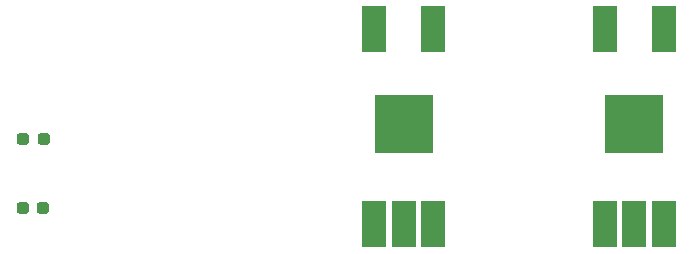
<source format=gbr>
%TF.GenerationSoftware,KiCad,Pcbnew,(6.0.1-0)*%
%TF.CreationDate,2022-04-07T08:57:16-04:00*%
%TF.ProjectId,interface-board,696e7465-7266-4616-9365-2d626f617264,rev?*%
%TF.SameCoordinates,Original*%
%TF.FileFunction,Paste,Top*%
%TF.FilePolarity,Positive*%
%FSLAX46Y46*%
G04 Gerber Fmt 4.6, Leading zero omitted, Abs format (unit mm)*
G04 Created by KiCad (PCBNEW (6.0.1-0)) date 2022-04-07 08:57:16*
%MOMM*%
%LPD*%
G01*
G04 APERTURE LIST*
G04 Aperture macros list*
%AMRoundRect*
0 Rectangle with rounded corners*
0 $1 Rounding radius*
0 $2 $3 $4 $5 $6 $7 $8 $9 X,Y pos of 4 corners*
0 Add a 4 corners polygon primitive as box body*
4,1,4,$2,$3,$4,$5,$6,$7,$8,$9,$2,$3,0*
0 Add four circle primitives for the rounded corners*
1,1,$1+$1,$2,$3*
1,1,$1+$1,$4,$5*
1,1,$1+$1,$6,$7*
1,1,$1+$1,$8,$9*
0 Add four rect primitives between the rounded corners*
20,1,$1+$1,$2,$3,$4,$5,0*
20,1,$1+$1,$4,$5,$6,$7,0*
20,1,$1+$1,$6,$7,$8,$9,0*
20,1,$1+$1,$8,$9,$2,$3,0*%
G04 Aperture macros list end*
%ADD10R,5.000000X5.000000*%
%ADD11R,2.000000X4.000000*%
%ADD12RoundRect,0.237500X0.287500X0.237500X-0.287500X0.237500X-0.287500X-0.237500X0.287500X-0.237500X0*%
G04 APERTURE END LIST*
D10*
%TO.C,RV1*%
X132500000Y-59500000D03*
D11*
X135000000Y-68000000D03*
X132500000Y-68000000D03*
X130000000Y-68000000D03*
X135000000Y-51500000D03*
X130000000Y-51500000D03*
%TD*%
D12*
%TO.C,D2*%
X82500000Y-60750000D03*
X80750000Y-60750000D03*
%TD*%
D10*
%TO.C,RV2*%
X113000000Y-59500000D03*
D11*
X115500000Y-68000000D03*
X113000000Y-68000000D03*
X110500000Y-68000000D03*
X115500000Y-51500000D03*
X110500000Y-51500000D03*
%TD*%
D12*
%TO.C,D1*%
X82475000Y-66600000D03*
X80725000Y-66600000D03*
%TD*%
M02*

</source>
